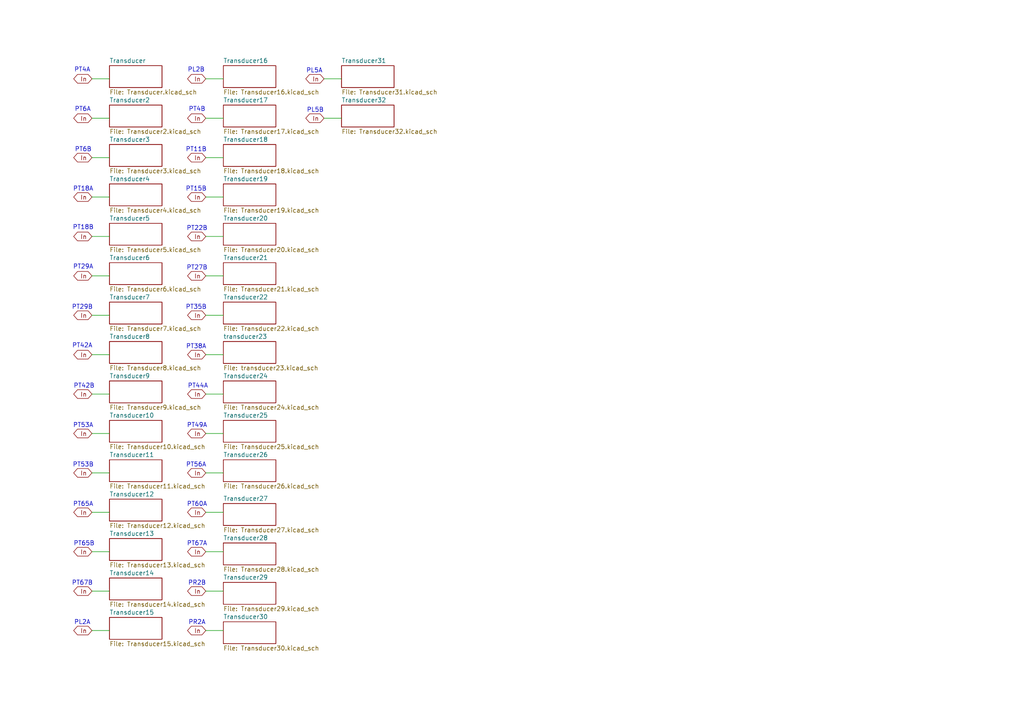
<source format=kicad_sch>
(kicad_sch
	(version 20250114)
	(generator "eeschema")
	(generator_version "9.0")
	(uuid "47f2d2f6-b357-4127-ab80-eb59f54d17a7")
	(paper "A4")
	(lib_symbols)
	(text "PT11B"
		(exclude_from_sim no)
		(at 56.896 43.434 0)
		(effects
			(font
				(size 1.27 1.27)
			)
		)
		(uuid "082c4129-3c2c-4b96-89f3-8fec615aa811")
	)
	(text "PT18B"
		(exclude_from_sim no)
		(at 24.13 66.04 0)
		(effects
			(font
				(size 1.27 1.27)
			)
		)
		(uuid "09956eee-373c-4399-b290-9ce29f95b110")
	)
	(text "PT18A"
		(exclude_from_sim no)
		(at 24.13 54.864 0)
		(effects
			(font
				(size 1.27 1.27)
			)
		)
		(uuid "104cd586-1809-4e68-a7b9-2e58c72e8393")
	)
	(text "PT4A"
		(exclude_from_sim no)
		(at 23.876 20.32 0)
		(effects
			(font
				(size 1.27 1.27)
			)
		)
		(uuid "23fe591c-d8d1-4a00-a94b-5ab97db3a84f")
	)
	(text "PT4B"
		(exclude_from_sim no)
		(at 57.15 31.75 0)
		(effects
			(font
				(size 1.27 1.27)
			)
		)
		(uuid "2b9b25f8-db56-40ea-9320-7c9a5f9be52f")
	)
	(text "PT6B"
		(exclude_from_sim no)
		(at 24.13 43.434 0)
		(effects
			(font
				(size 1.27 1.27)
			)
		)
		(uuid "2fb715a9-232e-4e9a-9b4c-2e2b22bf8e1f")
	)
	(text "PT6A		"
		(exclude_from_sim no)
		(at 29.21 31.75 0)
		(effects
			(font
				(size 1.27 1.27)
			)
		)
		(uuid "311e16e9-6371-4a00-b0b2-fb776b8614f6")
	)
	(text "PR2B"
		(exclude_from_sim no)
		(at 57.15 169.164 0)
		(effects
			(font
				(size 1.27 1.27)
			)
		)
		(uuid "3623f5e6-4142-4917-8efb-0e0794716134")
	)
	(text "PT56A"
		(exclude_from_sim no)
		(at 56.896 134.874 0)
		(effects
			(font
				(size 1.27 1.27)
			)
		)
		(uuid "3770368a-fe23-4b07-9ff8-5096278b5aeb")
	)
	(text "PT67A"
		(exclude_from_sim no)
		(at 57.15 157.734 0)
		(effects
			(font
				(size 1.27 1.27)
			)
		)
		(uuid "3b9f19cc-044b-48d1-b428-71b4eeff4913")
	)
	(text "PT42A"
		(exclude_from_sim no)
		(at 23.876 100.33 0)
		(effects
			(font
				(size 1.27 1.27)
			)
		)
		(uuid "501a3bd9-2afd-4ad2-8fd0-508042c570c1")
	)
	(text "PT38A"
		(exclude_from_sim no)
		(at 56.896 100.584 0)
		(effects
			(font
				(size 1.27 1.27)
			)
		)
		(uuid "569ce2a3-6a15-4eb7-83c6-1c6b0d43d37d")
	)
	(text "PT49A"
		(exclude_from_sim no)
		(at 57.15 123.444 0)
		(effects
			(font
				(size 1.27 1.27)
			)
		)
		(uuid "5c8a5ba6-3c18-4d4b-bbba-d1c7498839f2")
	)
	(text "PL2B"
		(exclude_from_sim no)
		(at 56.896 20.32 0)
		(effects
			(font
				(size 1.27 1.27)
			)
		)
		(uuid "69f71458-7073-4db0-80dd-8bf9867316c9")
	)
	(text "PT60A"
		(exclude_from_sim no)
		(at 57.15 146.304 0)
		(effects
			(font
				(size 1.27 1.27)
			)
		)
		(uuid "726ee4c5-2801-42d8-93c2-cb217ab8d821")
	)
	(text "PT22B"
		(exclude_from_sim no)
		(at 57.15 66.294 0)
		(effects
			(font
				(size 1.27 1.27)
			)
		)
		(uuid "7857405f-0372-418c-9ce8-ffd854cd8413")
	)
	(text "PL5B"
		(exclude_from_sim no)
		(at 91.44 32.004 0)
		(effects
			(font
				(size 1.27 1.27)
			)
		)
		(uuid "918219e7-d2fe-48bb-a831-a5e4fc2b35e3")
	)
	(text "PR2A"
		(exclude_from_sim no)
		(at 57.15 180.594 0)
		(effects
			(font
				(size 1.27 1.27)
			)
		)
		(uuid "95768803-aece-43ba-8c08-2d77a90d8ad2")
	)
	(text "PT29B"
		(exclude_from_sim no)
		(at 23.876 89.154 0)
		(effects
			(font
				(size 1.27 1.27)
			)
		)
		(uuid "974e6e86-3b5c-487a-bcca-2fea2aa53396")
	)
	(text "PT42B"
		(exclude_from_sim no)
		(at 24.384 112.014 0)
		(effects
			(font
				(size 1.27 1.27)
			)
		)
		(uuid "9a34c711-c000-4157-b6d5-f04e0c313d9c")
	)
	(text "PT67B"
		(exclude_from_sim no)
		(at 23.876 169.164 0)
		(effects
			(font
				(size 1.27 1.27)
			)
		)
		(uuid "9fb47ac4-ad35-4047-b35b-e49bbb405434")
	)
	(text "PT53B"
		(exclude_from_sim no)
		(at 24.13 134.874 0)
		(effects
			(font
				(size 1.27 1.27)
			)
		)
		(uuid "9fba4323-3461-4ea6-aa05-666ab2ede6e1")
	)
	(text "PL5A"
		(exclude_from_sim no)
		(at 91.186 20.574 0)
		(effects
			(font
				(size 1.27 1.27)
			)
		)
		(uuid "a433af4a-6ffc-4de3-bd8c-51165b1d8de4")
	)
	(text "PT35B"
		(exclude_from_sim no)
		(at 56.896 89.154 0)
		(effects
			(font
				(size 1.27 1.27)
			)
		)
		(uuid "a56cad98-267e-4c11-b0e8-9593f0ea0337")
	)
	(text "PT44A"
		(exclude_from_sim no)
		(at 57.404 112.014 0)
		(effects
			(font
				(size 1.27 1.27)
			)
		)
		(uuid "a947b2c5-3d52-42b5-a303-ad28405ab27b")
	)
	(text "PT65A"
		(exclude_from_sim no)
		(at 24.13 146.304 0)
		(effects
			(font
				(size 1.27 1.27)
			)
		)
		(uuid "aa13cfa3-e4d5-4fb5-bced-91037403b15d")
	)
	(text "PL2A"
		(exclude_from_sim no)
		(at 23.876 180.594 0)
		(effects
			(font
				(size 1.27 1.27)
			)
		)
		(uuid "aa36d8b2-7187-46d6-bf4a-7964cc04aded")
	)
	(text "PT53A"
		(exclude_from_sim no)
		(at 24.13 123.444 0)
		(effects
			(font
				(size 1.27 1.27)
			)
		)
		(uuid "b38237cd-6ffe-4df7-82e9-0da31e06c0dd")
	)
	(text "PT27B"
		(exclude_from_sim no)
		(at 57.15 77.724 0)
		(effects
			(font
				(size 1.27 1.27)
			)
		)
		(uuid "b5d0cfa5-89c7-42ec-bbaa-7e90e6aa67c0")
	)
	(text "PT65B"
		(exclude_from_sim no)
		(at 24.384 157.734 0)
		(effects
			(font
				(size 1.27 1.27)
			)
		)
		(uuid "d73c4805-9f20-4433-98e5-2cdbdd0a5064")
	)
	(text "PT29A"
		(exclude_from_sim no)
		(at 24.13 77.47 0)
		(effects
			(font
				(size 1.27 1.27)
			)
		)
		(uuid "f283364e-3fa0-4aa1-b043-edb671904670")
	)
	(text "PT15B"
		(exclude_from_sim no)
		(at 56.896 54.864 0)
		(effects
			(font
				(size 1.27 1.27)
			)
		)
		(uuid "fe331842-df5c-461f-a449-9869ae777ed6")
	)
	(wire
		(pts
			(xy 26.67 45.72) (xy 31.75 45.72)
		)
		(stroke
			(width 0)
			(type default)
		)
		(uuid "045da139-0ead-4c2b-9215-b42200f3dc66")
	)
	(wire
		(pts
			(xy 93.98 22.86) (xy 99.06 22.86)
		)
		(stroke
			(width 0)
			(type default)
		)
		(uuid "0e7b3446-33ce-42cb-8b1b-1b598f2ae30f")
	)
	(wire
		(pts
			(xy 26.67 160.02) (xy 31.75 160.02)
		)
		(stroke
			(width 0)
			(type default)
		)
		(uuid "129e17d7-81de-41ae-a775-6515c611d7e4")
	)
	(wire
		(pts
			(xy 26.67 34.29) (xy 31.75 34.29)
		)
		(stroke
			(width 0)
			(type default)
		)
		(uuid "24cd0151-828b-4289-a7f4-b83399ff8063")
	)
	(wire
		(pts
			(xy 59.69 45.72) (xy 64.77 45.72)
		)
		(stroke
			(width 0)
			(type default)
		)
		(uuid "2c7a56ce-0905-4fd7-aec8-901462354cd7")
	)
	(wire
		(pts
			(xy 26.67 114.3) (xy 31.75 114.3)
		)
		(stroke
			(width 0)
			(type default)
		)
		(uuid "36d57a9f-08d7-4c13-b258-d31f8f3a723f")
	)
	(wire
		(pts
			(xy 59.69 102.87) (xy 64.77 102.87)
		)
		(stroke
			(width 0)
			(type default)
		)
		(uuid "386152bc-570f-459b-b1e0-63884d71f1a5")
	)
	(wire
		(pts
			(xy 26.67 57.15) (xy 31.75 57.15)
		)
		(stroke
			(width 0)
			(type default)
		)
		(uuid "43538879-2490-4b15-953d-01a7d5278843")
	)
	(wire
		(pts
			(xy 26.67 22.86) (xy 31.75 22.86)
		)
		(stroke
			(width 0)
			(type default)
		)
		(uuid "4e1a31cf-5903-42d0-8d2d-8463397f1426")
	)
	(wire
		(pts
			(xy 59.69 68.58) (xy 64.77 68.58)
		)
		(stroke
			(width 0)
			(type default)
		)
		(uuid "5ad3ab5c-a9f2-44c2-a20f-6b55ef31575d")
	)
	(wire
		(pts
			(xy 59.69 171.45) (xy 64.77 171.45)
		)
		(stroke
			(width 0)
			(type default)
		)
		(uuid "5ba5ef9d-d652-4af1-9710-99fc07970be5")
	)
	(wire
		(pts
			(xy 26.67 68.58) (xy 31.75 68.58)
		)
		(stroke
			(width 0)
			(type default)
		)
		(uuid "65ae3cd3-5b69-4e15-8e37-bbb1c74ca59f")
	)
	(wire
		(pts
			(xy 59.69 57.15) (xy 64.77 57.15)
		)
		(stroke
			(width 0)
			(type default)
		)
		(uuid "7bc518e9-3a1d-449a-9be5-b63ee1ada9df")
	)
	(wire
		(pts
			(xy 59.69 182.88) (xy 64.77 182.88)
		)
		(stroke
			(width 0)
			(type default)
		)
		(uuid "7e3bc724-674c-4e67-b7a1-a3598d65e799")
	)
	(wire
		(pts
			(xy 26.67 182.88) (xy 31.75 182.88)
		)
		(stroke
			(width 0)
			(type default)
		)
		(uuid "7f6966c9-c0f8-4503-827f-db7db3d0cfdd")
	)
	(wire
		(pts
			(xy 59.69 34.29) (xy 64.77 34.29)
		)
		(stroke
			(width 0)
			(type default)
		)
		(uuid "8381ded5-3c70-41be-8a11-d77cc426fdb7")
	)
	(wire
		(pts
			(xy 26.67 137.16) (xy 31.75 137.16)
		)
		(stroke
			(width 0)
			(type default)
		)
		(uuid "87c625fd-aa93-4ec6-ae63-2a570addb10e")
	)
	(wire
		(pts
			(xy 59.69 125.73) (xy 64.77 125.73)
		)
		(stroke
			(width 0)
			(type default)
		)
		(uuid "8b982e5c-9d12-4255-8313-3ae67502e6ce")
	)
	(wire
		(pts
			(xy 59.69 148.59) (xy 64.77 148.59)
		)
		(stroke
			(width 0)
			(type default)
		)
		(uuid "a72dcc8b-dedf-4d89-80ec-09f52751f4cc")
	)
	(wire
		(pts
			(xy 59.69 22.86) (xy 64.77 22.86)
		)
		(stroke
			(width 0)
			(type default)
		)
		(uuid "a7ab4df5-700e-4df8-a04f-82591458146a")
	)
	(wire
		(pts
			(xy 26.67 125.73) (xy 31.75 125.73)
		)
		(stroke
			(width 0)
			(type default)
		)
		(uuid "aaa53560-b5be-4958-974c-2200c2d93490")
	)
	(wire
		(pts
			(xy 59.69 137.16) (xy 64.77 137.16)
		)
		(stroke
			(width 0)
			(type default)
		)
		(uuid "abb68548-b097-4553-97bb-de6a96b9c91c")
	)
	(wire
		(pts
			(xy 93.98 34.29) (xy 99.06 34.29)
		)
		(stroke
			(width 0)
			(type default)
		)
		(uuid "ba7f7c27-bae2-48c6-9e51-c9a6e0bd4442")
	)
	(wire
		(pts
			(xy 59.69 160.02) (xy 64.77 160.02)
		)
		(stroke
			(width 0)
			(type default)
		)
		(uuid "bccdd035-8e61-48d9-86b6-b1feb8bc17ac")
	)
	(wire
		(pts
			(xy 26.67 102.87) (xy 31.75 102.87)
		)
		(stroke
			(width 0)
			(type default)
		)
		(uuid "c4e18de7-5b09-4a8a-a2a6-5be994a0dc5b")
	)
	(wire
		(pts
			(xy 59.69 91.44) (xy 64.77 91.44)
		)
		(stroke
			(width 0)
			(type default)
		)
		(uuid "d23f5750-1ce2-4082-b641-e750fab3fcf5")
	)
	(wire
		(pts
			(xy 26.67 148.59) (xy 31.75 148.59)
		)
		(stroke
			(width 0)
			(type default)
		)
		(uuid "df093b3c-e3db-4a8d-9dba-2eb1e329dc60")
	)
	(wire
		(pts
			(xy 26.67 80.01) (xy 31.75 80.01)
		)
		(stroke
			(width 0)
			(type default)
		)
		(uuid "e38c51db-8619-4639-9501-9ab92cdfee08")
	)
	(wire
		(pts
			(xy 26.67 91.44) (xy 31.75 91.44)
		)
		(stroke
			(width 0)
			(type default)
		)
		(uuid "e804656f-91d4-47bd-a316-79294921da13")
	)
	(wire
		(pts
			(xy 59.69 114.3) (xy 64.77 114.3)
		)
		(stroke
			(width 0)
			(type default)
		)
		(uuid "f189185a-cbf0-4ffd-bf61-7ef9deb5a7b1")
	)
	(wire
		(pts
			(xy 26.67 171.45) (xy 31.75 171.45)
		)
		(stroke
			(width 0)
			(type default)
		)
		(uuid "fb2b2a31-7a7a-4f33-a224-30bceb4c415b")
	)
	(wire
		(pts
			(xy 59.69 80.01) (xy 64.77 80.01)
		)
		(stroke
			(width 0)
			(type default)
		)
		(uuid "fe74397c-17fb-4cf7-8596-03e5d431d89b")
	)
	(global_label "In"
		(shape bidirectional)
		(at 59.69 125.73 180)
		(fields_autoplaced yes)
		(effects
			(font
				(size 1.27 1.27)
			)
			(justify right)
		)
		(uuid "016da3de-ad9d-44ba-be9b-dcec9e9654df")
		(property "Intersheetrefs" "${INTERSHEET_REFS}"
			(at 53.8397 125.73 0)
			(effects
				(font
					(size 1.27 1.27)
				)
				(justify right)
				(hide yes)
			)
		)
	)
	(global_label "In"
		(shape bidirectional)
		(at 26.67 68.58 180)
		(fields_autoplaced yes)
		(effects
			(font
				(size 1.27 1.27)
			)
			(justify right)
		)
		(uuid "02d7f11a-1725-4b41-b702-9b1106bc90c4")
		(property "Intersheetrefs" "${INTERSHEET_REFS}"
			(at 20.8197 68.58 0)
			(effects
				(font
					(size 1.27 1.27)
				)
				(justify right)
				(hide yes)
			)
		)
	)
	(global_label "In"
		(shape bidirectional)
		(at 59.69 171.45 180)
		(fields_autoplaced yes)
		(effects
			(font
				(size 1.27 1.27)
			)
			(justify right)
		)
		(uuid "16b6b343-7e5f-4873-9288-b00f526d6a44")
		(property "Intersheetrefs" "${INTERSHEET_REFS}"
			(at 53.8397 171.45 0)
			(effects
				(font
					(size 1.27 1.27)
				)
				(justify right)
				(hide yes)
			)
		)
	)
	(global_label "In"
		(shape bidirectional)
		(at 59.69 182.88 180)
		(fields_autoplaced yes)
		(effects
			(font
				(size 1.27 1.27)
			)
			(justify right)
		)
		(uuid "179a7c05-753a-43f5-b79e-e0ce041552cf")
		(property "Intersheetrefs" "${INTERSHEET_REFS}"
			(at 53.8397 182.88 0)
			(effects
				(font
					(size 1.27 1.27)
				)
				(justify right)
				(hide yes)
			)
		)
	)
	(global_label "In"
		(shape bidirectional)
		(at 59.69 34.29 180)
		(fields_autoplaced yes)
		(effects
			(font
				(size 1.27 1.27)
			)
			(justify right)
		)
		(uuid "21110685-541d-483f-9ba3-dcb023ec2479")
		(property "Intersheetrefs" "${INTERSHEET_REFS}"
			(at 53.8397 34.29 0)
			(effects
				(font
					(size 1.27 1.27)
				)
				(justify right)
				(hide yes)
			)
		)
	)
	(global_label "In"
		(shape bidirectional)
		(at 26.67 91.44 180)
		(fields_autoplaced yes)
		(effects
			(font
				(size 1.27 1.27)
			)
			(justify right)
		)
		(uuid "2c584cdb-9b42-4c11-b8bf-06c18fc1224c")
		(property "Intersheetrefs" "${INTERSHEET_REFS}"
			(at 20.8197 91.44 0)
			(effects
				(font
					(size 1.27 1.27)
				)
				(justify right)
				(hide yes)
			)
		)
	)
	(global_label "In"
		(shape bidirectional)
		(at 59.69 91.44 180)
		(fields_autoplaced yes)
		(effects
			(font
				(size 1.27 1.27)
			)
			(justify right)
		)
		(uuid "2f0f19ba-4de6-4ef5-be1d-cf1ea3496532")
		(property "Intersheetrefs" "${INTERSHEET_REFS}"
			(at 53.8397 91.44 0)
			(effects
				(font
					(size 1.27 1.27)
				)
				(justify right)
				(hide yes)
			)
		)
	)
	(global_label "In"
		(shape bidirectional)
		(at 59.69 80.01 180)
		(fields_autoplaced yes)
		(effects
			(font
				(size 1.27 1.27)
			)
			(justify right)
		)
		(uuid "30ece80f-e631-4a2a-b724-e7ea262e177b")
		(property "Intersheetrefs" "${INTERSHEET_REFS}"
			(at 53.8397 80.01 0)
			(effects
				(font
					(size 1.27 1.27)
				)
				(justify right)
				(hide yes)
			)
		)
	)
	(global_label "In"
		(shape bidirectional)
		(at 26.67 148.59 180)
		(fields_autoplaced yes)
		(effects
			(font
				(size 1.27 1.27)
			)
			(justify right)
		)
		(uuid "3684f364-c597-4fec-b8fb-81eceb362f6d")
		(property "Intersheetrefs" "${INTERSHEET_REFS}"
			(at 20.8197 148.59 0)
			(effects
				(font
					(size 1.27 1.27)
				)
				(justify right)
				(hide yes)
			)
		)
	)
	(global_label "In"
		(shape bidirectional)
		(at 26.67 22.86 180)
		(fields_autoplaced yes)
		(effects
			(font
				(size 1.27 1.27)
			)
			(justify right)
		)
		(uuid "394d0cfe-120b-4d05-a7e3-c16c353e286f")
		(property "Intersheetrefs" "${INTERSHEET_REFS}"
			(at 20.8197 22.86 0)
			(effects
				(font
					(size 1.27 1.27)
				)
				(justify right)
				(hide yes)
			)
		)
	)
	(global_label "In"
		(shape bidirectional)
		(at 59.69 148.59 180)
		(fields_autoplaced yes)
		(effects
			(font
				(size 1.27 1.27)
			)
			(justify right)
		)
		(uuid "47efc1d4-5353-4751-b866-63cd8b0e1a02")
		(property "Intersheetrefs" "${INTERSHEET_REFS}"
			(at 53.8397 148.59 0)
			(effects
				(font
					(size 1.27 1.27)
				)
				(justify right)
				(hide yes)
			)
		)
	)
	(global_label "In"
		(shape bidirectional)
		(at 26.67 102.87 180)
		(fields_autoplaced yes)
		(effects
			(font
				(size 1.27 1.27)
			)
			(justify right)
		)
		(uuid "4c9d6a6b-8e75-4f82-a054-7dfb988acbef")
		(property "Intersheetrefs" "${INTERSHEET_REFS}"
			(at 20.8197 102.87 0)
			(effects
				(font
					(size 1.27 1.27)
				)
				(justify right)
				(hide yes)
			)
		)
	)
	(global_label "In"
		(shape bidirectional)
		(at 59.69 114.3 180)
		(fields_autoplaced yes)
		(effects
			(font
				(size 1.27 1.27)
			)
			(justify right)
		)
		(uuid "5557e001-c6c3-41e4-a61f-e471acd594fc")
		(property "Intersheetrefs" "${INTERSHEET_REFS}"
			(at 53.8397 114.3 0)
			(effects
				(font
					(size 1.27 1.27)
				)
				(justify right)
				(hide yes)
			)
		)
	)
	(global_label "In"
		(shape bidirectional)
		(at 59.69 57.15 180)
		(fields_autoplaced yes)
		(effects
			(font
				(size 1.27 1.27)
			)
			(justify right)
		)
		(uuid "64092f3f-1fae-41ee-92be-2ace31ac4969")
		(property "Intersheetrefs" "${INTERSHEET_REFS}"
			(at 53.8397 57.15 0)
			(effects
				(font
					(size 1.27 1.27)
				)
				(justify right)
				(hide yes)
			)
		)
	)
	(global_label "In"
		(shape bidirectional)
		(at 26.67 34.29 180)
		(fields_autoplaced yes)
		(effects
			(font
				(size 1.27 1.27)
			)
			(justify right)
		)
		(uuid "64eeb86a-01d7-4b76-b9fa-2cc6fc69d884")
		(property "Intersheetrefs" "${INTERSHEET_REFS}"
			(at 20.8197 34.29 0)
			(effects
				(font
					(size 1.27 1.27)
				)
				(justify right)
				(hide yes)
			)
		)
	)
	(global_label "In"
		(shape bidirectional)
		(at 59.69 22.86 180)
		(fields_autoplaced yes)
		(effects
			(font
				(size 1.27 1.27)
			)
			(justify right)
		)
		(uuid "67255a85-924f-4975-9dd7-528df189c0f4")
		(property "Intersheetrefs" "${INTERSHEET_REFS}"
			(at 53.8397 22.86 0)
			(effects
				(font
					(size 1.27 1.27)
				)
				(justify right)
				(hide yes)
			)
		)
	)
	(global_label "In"
		(shape bidirectional)
		(at 26.67 57.15 180)
		(fields_autoplaced yes)
		(effects
			(font
				(size 1.27 1.27)
			)
			(justify right)
		)
		(uuid "6a0d6d43-4a1a-4b9c-a346-66bf1feac0ea")
		(property "Intersheetrefs" "${INTERSHEET_REFS}"
			(at 20.8197 57.15 0)
			(effects
				(font
					(size 1.27 1.27)
				)
				(justify right)
				(hide yes)
			)
		)
	)
	(global_label "In"
		(shape bidirectional)
		(at 26.67 45.72 180)
		(fields_autoplaced yes)
		(effects
			(font
				(size 1.27 1.27)
			)
			(justify right)
		)
		(uuid "7f91475e-87f8-402b-a636-030b305c764f")
		(property "Intersheetrefs" "${INTERSHEET_REFS}"
			(at 20.8197 45.72 0)
			(effects
				(font
					(size 1.27 1.27)
				)
				(justify right)
				(hide yes)
			)
		)
	)
	(global_label "In"
		(shape bidirectional)
		(at 59.69 68.58 180)
		(fields_autoplaced yes)
		(effects
			(font
				(size 1.27 1.27)
			)
			(justify right)
		)
		(uuid "8cb00efa-bafa-4ec3-b385-a9ca5ce836ec")
		(property "Intersheetrefs" "${INTERSHEET_REFS}"
			(at 53.8397 68.58 0)
			(effects
				(font
					(size 1.27 1.27)
				)
				(justify right)
				(hide yes)
			)
		)
	)
	(global_label "In"
		(shape bidirectional)
		(at 26.67 137.16 180)
		(fields_autoplaced yes)
		(effects
			(font
				(size 1.27 1.27)
			)
			(justify right)
		)
		(uuid "95eaea9e-dea0-4f85-90b8-ea29fd433602")
		(property "Intersheetrefs" "${INTERSHEET_REFS}"
			(at 20.8197 137.16 0)
			(effects
				(font
					(size 1.27 1.27)
				)
				(justify right)
				(hide yes)
			)
		)
	)
	(global_label "In"
		(shape bidirectional)
		(at 26.67 182.88 180)
		(fields_autoplaced yes)
		(effects
			(font
				(size 1.27 1.27)
			)
			(justify right)
		)
		(uuid "9b58e138-4d38-4543-ba9e-8b5b1ea03b1e")
		(property "Intersheetrefs" "${INTERSHEET_REFS}"
			(at 20.8197 182.88 0)
			(effects
				(font
					(size 1.27 1.27)
				)
				(justify right)
				(hide yes)
			)
		)
	)
	(global_label "In"
		(shape bidirectional)
		(at 26.67 125.73 180)
		(fields_autoplaced yes)
		(effects
			(font
				(size 1.27 1.27)
			)
			(justify right)
		)
		(uuid "9fd8df4f-8c81-4776-a7cb-a95da4f72c12")
		(property "Intersheetrefs" "${INTERSHEET_REFS}"
			(at 20.8197 125.73 0)
			(effects
				(font
					(size 1.27 1.27)
				)
				(justify right)
				(hide yes)
			)
		)
	)
	(global_label "In"
		(shape bidirectional)
		(at 26.67 114.3 180)
		(fields_autoplaced yes)
		(effects
			(font
				(size 1.27 1.27)
			)
			(justify right)
		)
		(uuid "af6ae505-aeb6-4863-a3cb-a728b96a7bce")
		(property "Intersheetrefs" "${INTERSHEET_REFS}"
			(at 20.8197 114.3 0)
			(effects
				(font
					(size 1.27 1.27)
				)
				(justify right)
				(hide yes)
			)
		)
	)
	(global_label "In"
		(shape bidirectional)
		(at 59.69 160.02 180)
		(fields_autoplaced yes)
		(effects
			(font
				(size 1.27 1.27)
			)
			(justify right)
		)
		(uuid "bb41d0ba-a3e3-4926-83b9-280e4f41fe05")
		(property "Intersheetrefs" "${INTERSHEET_REFS}"
			(at 53.8397 160.02 0)
			(effects
				(font
					(size 1.27 1.27)
				)
				(justify right)
				(hide yes)
			)
		)
	)
	(global_label "In"
		(shape bidirectional)
		(at 59.69 102.87 180)
		(fields_autoplaced yes)
		(effects
			(font
				(size 1.27 1.27)
			)
			(justify right)
		)
		(uuid "bccc34ec-dc9a-4693-8453-10f13d97b4d5")
		(property "Intersheetrefs" "${INTERSHEET_REFS}"
			(at 53.8397 102.87 0)
			(effects
				(font
					(size 1.27 1.27)
				)
				(justify right)
				(hide yes)
			)
		)
	)
	(global_label "In"
		(shape bidirectional)
		(at 59.69 45.72 180)
		(fields_autoplaced yes)
		(effects
			(font
				(size 1.27 1.27)
			)
			(justify right)
		)
		(uuid "c0ea4bdc-02b3-4887-bd01-56ef4c655c83")
		(property "Intersheetrefs" "${INTERSHEET_REFS}"
			(at 53.8397 45.72 0)
			(effects
				(font
					(size 1.27 1.27)
				)
				(justify right)
				(hide yes)
			)
		)
	)
	(global_label "In"
		(shape bidirectional)
		(at 26.67 160.02 180)
		(fields_autoplaced yes)
		(effects
			(font
				(size 1.27 1.27)
			)
			(justify right)
		)
		(uuid "c1d2431e-aefd-4130-afdf-96145683e56e")
		(property "Intersheetrefs" "${INTERSHEET_REFS}"
			(at 20.8197 160.02 0)
			(effects
				(font
					(size 1.27 1.27)
				)
				(justify right)
				(hide yes)
			)
		)
	)
	(global_label "In"
		(shape bidirectional)
		(at 93.98 34.29 180)
		(fields_autoplaced yes)
		(effects
			(font
				(size 1.27 1.27)
			)
			(justify right)
		)
		(uuid "ca7638cb-f5a2-4071-a4d2-692573af9f10")
		(property "Intersheetrefs" "${INTERSHEET_REFS}"
			(at 88.1297 34.29 0)
			(effects
				(font
					(size 1.27 1.27)
				)
				(justify right)
				(hide yes)
			)
		)
	)
	(global_label "In"
		(shape bidirectional)
		(at 26.67 171.45 180)
		(fields_autoplaced yes)
		(effects
			(font
				(size 1.27 1.27)
			)
			(justify right)
		)
		(uuid "cd67d92c-e53b-4810-a837-65af8ac3e922")
		(property "Intersheetrefs" "${INTERSHEET_REFS}"
			(at 20.8197 171.45 0)
			(effects
				(font
					(size 1.27 1.27)
				)
				(justify right)
				(hide yes)
			)
		)
	)
	(global_label "In"
		(shape bidirectional)
		(at 59.69 137.16 180)
		(fields_autoplaced yes)
		(effects
			(font
				(size 1.27 1.27)
			)
			(justify right)
		)
		(uuid "ebfce33f-586e-40eb-925f-e8437e775f85")
		(property "Intersheetrefs" "${INTERSHEET_REFS}"
			(at 53.8397 137.16 0)
			(effects
				(font
					(size 1.27 1.27)
				)
				(justify right)
				(hide yes)
			)
		)
	)
	(global_label "In"
		(shape bidirectional)
		(at 26.67 80.01 180)
		(fields_autoplaced yes)
		(effects
			(font
				(size 1.27 1.27)
			)
			(justify right)
		)
		(uuid "ef2817ed-3a51-4fb9-b866-3342cf9445ef")
		(property "Intersheetrefs" "${INTERSHEET_REFS}"
			(at 20.8197 80.01 0)
			(effects
				(font
					(size 1.27 1.27)
				)
				(justify right)
				(hide yes)
			)
		)
	)
	(global_label "In"
		(shape bidirectional)
		(at 93.98 22.86 180)
		(fields_autoplaced yes)
		(effects
			(font
				(size 1.27 1.27)
			)
			(justify right)
		)
		(uuid "fe50084f-d513-49ec-9b5a-a4898d6b124a")
		(property "Intersheetrefs" "${INTERSHEET_REFS}"
			(at 88.1297 22.86 0)
			(effects
				(font
					(size 1.27 1.27)
				)
				(justify right)
				(hide yes)
			)
		)
	)
	(sheet
		(at 64.77 168.91)
		(size 15.24 6.35)
		(exclude_from_sim no)
		(in_bom yes)
		(on_board yes)
		(dnp no)
		(fields_autoplaced yes)
		(stroke
			(width 0.1524)
			(type solid)
		)
		(fill
			(color 0 0 0 0.0000)
		)
		(uuid "051a69bf-ec56-4815-8ecb-937fb574fa15")
		(property "Sheetname" "Transducer29"
			(at 64.77 168.1984 0)
			(effects
				(font
					(size 1.27 1.27)
				)
				(justify left bottom)
			)
		)
		(property "Sheetfile" "Transducer29.kicad_sch"
			(at 64.77 175.8446 0)
			(effects
				(font
					(size 1.27 1.27)
				)
				(justify left top)
			)
		)
		(instances
			(project "shematic1"
				(path "/4eaecc74-0237-460f-8876-198629637a9d/e0a55798-6fd5-41c6-a2f6-7ca5b937187c"
					(page "31")
				)
			)
		)
	)
	(sheet
		(at 64.77 30.48)
		(size 15.24 6.35)
		(exclude_from_sim no)
		(in_bom yes)
		(on_board yes)
		(dnp no)
		(fields_autoplaced yes)
		(stroke
			(width 0.1524)
			(type solid)
		)
		(fill
			(color 0 0 0 0.0000)
		)
		(uuid "05d6b1ba-37d8-447a-9274-216059deae5d")
		(property "Sheetname" "Transducer17"
			(at 64.77 29.7684 0)
			(effects
				(font
					(size 1.27 1.27)
				)
				(justify left bottom)
			)
		)
		(property "Sheetfile" "Transducer17.kicad_sch"
			(at 64.77 37.4146 0)
			(effects
				(font
					(size 1.27 1.27)
				)
				(justify left top)
			)
		)
		(instances
			(project "shematic1"
				(path "/4eaecc74-0237-460f-8876-198629637a9d/e0a55798-6fd5-41c6-a2f6-7ca5b937187c"
					(page "19")
				)
			)
		)
	)
	(sheet
		(at 64.77 133.35)
		(size 15.24 6.35)
		(exclude_from_sim no)
		(in_bom yes)
		(on_board yes)
		(dnp no)
		(fields_autoplaced yes)
		(stroke
			(width 0.1524)
			(type solid)
		)
		(fill
			(color 0 0 0 0.0000)
		)
		(uuid "124ac6d0-1b44-4dcb-acf9-858332c9646c")
		(property "Sheetname" "Transducer26"
			(at 64.77 132.6384 0)
			(effects
				(font
					(size 1.27 1.27)
				)
				(justify left bottom)
			)
		)
		(property "Sheetfile" "Transducer26.kicad_sch"
			(at 64.77 140.2846 0)
			(effects
				(font
					(size 1.27 1.27)
				)
				(justify left top)
			)
		)
		(instances
			(project "shematic1"
				(path "/4eaecc74-0237-460f-8876-198629637a9d/e0a55798-6fd5-41c6-a2f6-7ca5b937187c"
					(page "28")
				)
			)
		)
	)
	(sheet
		(at 31.75 133.35)
		(size 15.24 6.35)
		(exclude_from_sim no)
		(in_bom yes)
		(on_board yes)
		(dnp no)
		(fields_autoplaced yes)
		(stroke
			(width 0.1524)
			(type solid)
		)
		(fill
			(color 0 0 0 0.0000)
		)
		(uuid "140d3117-63cc-46a7-af27-a080cf3b6ab1")
		(property "Sheetname" "Transducer11"
			(at 31.75 132.6384 0)
			(effects
				(font
					(size 1.27 1.27)
				)
				(justify left bottom)
			)
		)
		(property "Sheetfile" "Transducer11.kicad_sch"
			(at 31.75 140.2846 0)
			(effects
				(font
					(size 1.27 1.27)
				)
				(justify left top)
			)
		)
		(instances
			(project "shematic1"
				(path "/4eaecc74-0237-460f-8876-198629637a9d/e0a55798-6fd5-41c6-a2f6-7ca5b937187c"
					(page "13")
				)
			)
		)
	)
	(sheet
		(at 31.75 179.07)
		(size 15.24 6.35)
		(exclude_from_sim no)
		(in_bom yes)
		(on_board yes)
		(dnp no)
		(fields_autoplaced yes)
		(stroke
			(width 0.1524)
			(type solid)
		)
		(fill
			(color 0 0 0 0.0000)
		)
		(uuid "37ab8d32-696d-4d29-b50a-42cf16a0e714")
		(property "Sheetname" "Transducer15"
			(at 31.75 178.3584 0)
			(effects
				(font
					(size 1.27 1.27)
				)
				(justify left bottom)
			)
		)
		(property "Sheetfile" "Transducer15.kicad_sch"
			(at 31.75 186.0046 0)
			(effects
				(font
					(size 1.27 1.27)
				)
				(justify left top)
			)
		)
		(instances
			(project "shematic1"
				(path "/4eaecc74-0237-460f-8876-198629637a9d/e0a55798-6fd5-41c6-a2f6-7ca5b937187c"
					(page "17")
				)
			)
		)
	)
	(sheet
		(at 31.75 99.06)
		(size 15.24 6.35)
		(exclude_from_sim no)
		(in_bom yes)
		(on_board yes)
		(dnp no)
		(fields_autoplaced yes)
		(stroke
			(width 0.1524)
			(type solid)
		)
		(fill
			(color 0 0 0 0.0000)
		)
		(uuid "3b7d362b-c11f-451a-a024-7042fc723bb0")
		(property "Sheetname" "Transducer8"
			(at 31.75 98.3484 0)
			(effects
				(font
					(size 1.27 1.27)
				)
				(justify left bottom)
			)
		)
		(property "Sheetfile" "Transducer8.kicad_sch"
			(at 31.75 105.9946 0)
			(effects
				(font
					(size 1.27 1.27)
				)
				(justify left top)
			)
		)
		(instances
			(project "shematic1"
				(path "/4eaecc74-0237-460f-8876-198629637a9d/e0a55798-6fd5-41c6-a2f6-7ca5b937187c"
					(page "10")
				)
			)
		)
	)
	(sheet
		(at 64.77 76.2)
		(size 15.24 6.35)
		(exclude_from_sim no)
		(in_bom yes)
		(on_board yes)
		(dnp no)
		(fields_autoplaced yes)
		(stroke
			(width 0.1524)
			(type solid)
		)
		(fill
			(color 0 0 0 0.0000)
		)
		(uuid "564d2114-f30a-4d01-bd39-a50fefe0d0b5")
		(property "Sheetname" "Transducer21"
			(at 64.77 75.4884 0)
			(effects
				(font
					(size 1.27 1.27)
				)
				(justify left bottom)
			)
		)
		(property "Sheetfile" "Transducer21.kicad_sch"
			(at 64.77 83.1346 0)
			(effects
				(font
					(size 1.27 1.27)
				)
				(justify left top)
			)
		)
		(instances
			(project "shematic1"
				(path "/4eaecc74-0237-460f-8876-198629637a9d/e0a55798-6fd5-41c6-a2f6-7ca5b937187c"
					(page "23")
				)
			)
		)
	)
	(sheet
		(at 31.75 30.48)
		(size 15.24 6.35)
		(exclude_from_sim no)
		(in_bom yes)
		(on_board yes)
		(dnp no)
		(fields_autoplaced yes)
		(stroke
			(width 0.1524)
			(type solid)
		)
		(fill
			(color 0 0 0 0.0000)
		)
		(uuid "68476155-9fc7-43ac-8d6c-eebd8f04f8e5")
		(property "Sheetname" "Transducer2"
			(at 31.75 29.7684 0)
			(effects
				(font
					(size 1.27 1.27)
				)
				(justify left bottom)
			)
		)
		(property "Sheetfile" "Transducer2.kicad_sch"
			(at 31.75 37.4146 0)
			(effects
				(font
					(size 1.27 1.27)
				)
				(justify left top)
			)
		)
		(instances
			(project "shematic1"
				(path "/4eaecc74-0237-460f-8876-198629637a9d/e0a55798-6fd5-41c6-a2f6-7ca5b937187c"
					(page "4")
				)
			)
		)
	)
	(sheet
		(at 31.75 110.49)
		(size 15.24 6.35)
		(exclude_from_sim no)
		(in_bom yes)
		(on_board yes)
		(dnp no)
		(fields_autoplaced yes)
		(stroke
			(width 0.1524)
			(type solid)
		)
		(fill
			(color 0 0 0 0.0000)
		)
		(uuid "68e7ddc5-1e60-4ebf-9b80-be500ab56880")
		(property "Sheetname" "Transducer9"
			(at 31.75 109.7784 0)
			(effects
				(font
					(size 1.27 1.27)
				)
				(justify left bottom)
			)
		)
		(property "Sheetfile" "Transducer9.kicad_sch"
			(at 31.75 117.4246 0)
			(effects
				(font
					(size 1.27 1.27)
				)
				(justify left top)
			)
		)
		(instances
			(project "shematic1"
				(path "/4eaecc74-0237-460f-8876-198629637a9d/e0a55798-6fd5-41c6-a2f6-7ca5b937187c"
					(page "11")
				)
			)
		)
	)
	(sheet
		(at 99.06 30.48)
		(size 15.24 6.35)
		(exclude_from_sim no)
		(in_bom yes)
		(on_board yes)
		(dnp no)
		(fields_autoplaced yes)
		(stroke
			(width 0.1524)
			(type solid)
		)
		(fill
			(color 0 0 0 0.0000)
		)
		(uuid "6e603294-c741-49bf-9ec7-a8a518c55797")
		(property "Sheetname" "Transducer32"
			(at 99.06 29.7684 0)
			(effects
				(font
					(size 1.27 1.27)
				)
				(justify left bottom)
			)
		)
		(property "Sheetfile" "Transducer32.kicad_sch"
			(at 99.06 37.4146 0)
			(effects
				(font
					(size 1.27 1.27)
				)
				(justify left top)
			)
		)
		(instances
			(project "shematic1"
				(path "/4eaecc74-0237-460f-8876-198629637a9d/e0a55798-6fd5-41c6-a2f6-7ca5b937187c"
					(page "34")
				)
			)
		)
	)
	(sheet
		(at 64.77 87.63)
		(size 15.24 6.35)
		(exclude_from_sim no)
		(in_bom yes)
		(on_board yes)
		(dnp no)
		(fields_autoplaced yes)
		(stroke
			(width 0.1524)
			(type solid)
		)
		(fill
			(color 0 0 0 0.0000)
		)
		(uuid "7562ed56-70d6-4f9d-a78f-4e7374e2af1f")
		(property "Sheetname" "Transducer22"
			(at 64.77 86.9184 0)
			(effects
				(font
					(size 1.27 1.27)
				)
				(justify left bottom)
			)
		)
		(property "Sheetfile" "Transducer22.kicad_sch"
			(at 64.77 94.5646 0)
			(effects
				(font
					(size 1.27 1.27)
				)
				(justify left top)
			)
		)
		(instances
			(project "shematic1"
				(path "/4eaecc74-0237-460f-8876-198629637a9d/e0a55798-6fd5-41c6-a2f6-7ca5b937187c"
					(page "24")
				)
			)
		)
	)
	(sheet
		(at 31.75 87.63)
		(size 15.24 6.35)
		(exclude_from_sim no)
		(in_bom yes)
		(on_board yes)
		(dnp no)
		(fields_autoplaced yes)
		(stroke
			(width 0.1524)
			(type solid)
		)
		(fill
			(color 0 0 0 0.0000)
		)
		(uuid "7d9048f0-525c-4304-bc51-f2ae15bdfabc")
		(property "Sheetname" "Transducer7"
			(at 31.75 86.9184 0)
			(effects
				(font
					(size 1.27 1.27)
				)
				(justify left bottom)
			)
		)
		(property "Sheetfile" "Transducer7.kicad_sch"
			(at 31.75 94.5646 0)
			(effects
				(font
					(size 1.27 1.27)
				)
				(justify left top)
			)
		)
		(instances
			(project "shematic1"
				(path "/4eaecc74-0237-460f-8876-198629637a9d/e0a55798-6fd5-41c6-a2f6-7ca5b937187c"
					(page "9")
				)
			)
		)
	)
	(sheet
		(at 31.75 76.2)
		(size 15.24 6.35)
		(exclude_from_sim no)
		(in_bom yes)
		(on_board yes)
		(dnp no)
		(fields_autoplaced yes)
		(stroke
			(width 0.1524)
			(type solid)
		)
		(fill
			(color 0 0 0 0.0000)
		)
		(uuid "7d93957c-b3e8-46e2-b265-b7c6ce09fdac")
		(property "Sheetname" "Transducer6"
			(at 31.75 75.4884 0)
			(effects
				(font
					(size 1.27 1.27)
				)
				(justify left bottom)
			)
		)
		(property "Sheetfile" "Transducer6.kicad_sch"
			(at 31.75 83.1346 0)
			(effects
				(font
					(size 1.27 1.27)
				)
				(justify left top)
			)
		)
		(instances
			(project "shematic1"
				(path "/4eaecc74-0237-460f-8876-198629637a9d/e0a55798-6fd5-41c6-a2f6-7ca5b937187c"
					(page "8")
				)
			)
		)
	)
	(sheet
		(at 64.77 146.05)
		(size 15.24 6.35)
		(exclude_from_sim no)
		(in_bom yes)
		(on_board yes)
		(dnp no)
		(fields_autoplaced yes)
		(stroke
			(width 0.1524)
			(type solid)
		)
		(fill
			(color 0 0 0 0.0000)
		)
		(uuid "8153673c-15ad-43a3-9b85-86a8083a72e8")
		(property "Sheetname" "Transducer27"
			(at 64.77 145.3384 0)
			(effects
				(font
					(size 1.27 1.27)
				)
				(justify left bottom)
			)
		)
		(property "Sheetfile" "Transducer27.kicad_sch"
			(at 64.77 152.9846 0)
			(effects
				(font
					(size 1.27 1.27)
				)
				(justify left top)
			)
		)
		(instances
			(project "shematic1"
				(path "/4eaecc74-0237-460f-8876-198629637a9d/e0a55798-6fd5-41c6-a2f6-7ca5b937187c"
					(page "29")
				)
			)
		)
	)
	(sheet
		(at 64.77 180.34)
		(size 15.24 6.35)
		(exclude_from_sim no)
		(in_bom yes)
		(on_board yes)
		(dnp no)
		(fields_autoplaced yes)
		(stroke
			(width 0.1524)
			(type solid)
		)
		(fill
			(color 0 0 0 0.0000)
		)
		(uuid "840607b4-68ce-4cdb-a105-8e253024618f")
		(property "Sheetname" "Transducer30"
			(at 64.77 179.6284 0)
			(effects
				(font
					(size 1.27 1.27)
				)
				(justify left bottom)
			)
		)
		(property "Sheetfile" "Transducer30.kicad_sch"
			(at 64.77 187.2746 0)
			(effects
				(font
					(size 1.27 1.27)
				)
				(justify left top)
			)
		)
		(instances
			(project "shematic1"
				(path "/4eaecc74-0237-460f-8876-198629637a9d/e0a55798-6fd5-41c6-a2f6-7ca5b937187c"
					(page "32")
				)
			)
		)
	)
	(sheet
		(at 64.77 110.49)
		(size 15.24 6.35)
		(exclude_from_sim no)
		(in_bom yes)
		(on_board yes)
		(dnp no)
		(fields_autoplaced yes)
		(stroke
			(width 0.1524)
			(type solid)
		)
		(fill
			(color 0 0 0 0.0000)
		)
		(uuid "85137a01-367e-48d7-921c-b285b8841248")
		(property "Sheetname" "Transducer24"
			(at 64.77 109.7784 0)
			(effects
				(font
					(size 1.27 1.27)
				)
				(justify left bottom)
			)
		)
		(property "Sheetfile" "Transducer24.kicad_sch"
			(at 64.77 117.4246 0)
			(effects
				(font
					(size 1.27 1.27)
				)
				(justify left top)
			)
		)
		(instances
			(project "shematic1"
				(path "/4eaecc74-0237-460f-8876-198629637a9d/e0a55798-6fd5-41c6-a2f6-7ca5b937187c"
					(page "26")
				)
			)
		)
	)
	(sheet
		(at 64.77 53.34)
		(size 15.24 6.35)
		(exclude_from_sim no)
		(in_bom yes)
		(on_board yes)
		(dnp no)
		(fields_autoplaced yes)
		(stroke
			(width 0.1524)
			(type solid)
		)
		(fill
			(color 0 0 0 0.0000)
		)
		(uuid "8bc1bbda-956f-43e8-9a18-82d636f1ac54")
		(property "Sheetname" "Transducer19"
			(at 64.77 52.6284 0)
			(effects
				(font
					(size 1.27 1.27)
				)
				(justify left bottom)
			)
		)
		(property "Sheetfile" "Transducer19.kicad_sch"
			(at 64.77 60.2746 0)
			(effects
				(font
					(size 1.27 1.27)
				)
				(justify left top)
			)
		)
		(instances
			(project "shematic1"
				(path "/4eaecc74-0237-460f-8876-198629637a9d/e0a55798-6fd5-41c6-a2f6-7ca5b937187c"
					(page "21")
				)
			)
		)
	)
	(sheet
		(at 64.77 64.77)
		(size 15.24 6.35)
		(exclude_from_sim no)
		(in_bom yes)
		(on_board yes)
		(dnp no)
		(fields_autoplaced yes)
		(stroke
			(width 0.1524)
			(type solid)
		)
		(fill
			(color 0 0 0 0.0000)
		)
		(uuid "8fd74438-263f-4086-8eee-85eb8f854908")
		(property "Sheetname" "Transducer20"
			(at 64.77 64.0584 0)
			(effects
				(font
					(size 1.27 1.27)
				)
				(justify left bottom)
			)
		)
		(property "Sheetfile" "Transducer20.kicad_sch"
			(at 64.77 71.7046 0)
			(effects
				(font
					(size 1.27 1.27)
				)
				(justify left top)
			)
		)
		(instances
			(project "shematic1"
				(path "/4eaecc74-0237-460f-8876-198629637a9d/e0a55798-6fd5-41c6-a2f6-7ca5b937187c"
					(page "22")
				)
			)
		)
	)
	(sheet
		(at 31.75 53.34)
		(size 15.24 6.35)
		(exclude_from_sim no)
		(in_bom yes)
		(on_board yes)
		(dnp no)
		(fields_autoplaced yes)
		(stroke
			(width 0.1524)
			(type solid)
		)
		(fill
			(color 0 0 0 0.0000)
		)
		(uuid "95b4948d-226a-4d4e-83eb-0ef5341eb2e1")
		(property "Sheetname" "Transducer4"
			(at 31.75 52.6284 0)
			(effects
				(font
					(size 1.27 1.27)
				)
				(justify left bottom)
			)
		)
		(property "Sheetfile" "Transducer4.kicad_sch"
			(at 31.75 60.2746 0)
			(effects
				(font
					(size 1.27 1.27)
				)
				(justify left top)
			)
		)
		(instances
			(project "shematic1"
				(path "/4eaecc74-0237-460f-8876-198629637a9d/e0a55798-6fd5-41c6-a2f6-7ca5b937187c"
					(page "6")
				)
			)
		)
	)
	(sheet
		(at 64.77 99.06)
		(size 15.24 6.35)
		(exclude_from_sim no)
		(in_bom yes)
		(on_board yes)
		(dnp no)
		(fields_autoplaced yes)
		(stroke
			(width 0.1524)
			(type solid)
		)
		(fill
			(color 0 0 0 0.0000)
		)
		(uuid "9a37cc1e-5b94-4c57-bfe2-83e852f07f04")
		(property "Sheetname" "transducer23"
			(at 64.77 98.3484 0)
			(effects
				(font
					(size 1.27 1.27)
				)
				(justify left bottom)
			)
		)
		(property "Sheetfile" "transducer23.kicad_sch"
			(at 64.77 105.9946 0)
			(effects
				(font
					(size 1.27 1.27)
				)
				(justify left top)
			)
		)
		(instances
			(project "shematic1"
				(path "/4eaecc74-0237-460f-8876-198629637a9d/e0a55798-6fd5-41c6-a2f6-7ca5b937187c"
					(page "25")
				)
			)
		)
	)
	(sheet
		(at 31.75 156.21)
		(size 15.24 6.35)
		(exclude_from_sim no)
		(in_bom yes)
		(on_board yes)
		(dnp no)
		(fields_autoplaced yes)
		(stroke
			(width 0.1524)
			(type solid)
		)
		(fill
			(color 0 0 0 0.0000)
		)
		(uuid "a6947df6-91d5-4110-983c-7747836e3b31")
		(property "Sheetname" "Transducer13"
			(at 31.75 155.4984 0)
			(effects
				(font
					(size 1.27 1.27)
				)
				(justify left bottom)
			)
		)
		(property "Sheetfile" "Transducer13.kicad_sch"
			(at 31.75 163.1446 0)
			(effects
				(font
					(size 1.27 1.27)
				)
				(justify left top)
			)
		)
		(instances
			(project "shematic1"
				(path "/4eaecc74-0237-460f-8876-198629637a9d/e0a55798-6fd5-41c6-a2f6-7ca5b937187c"
					(page "15")
				)
			)
		)
	)
	(sheet
		(at 99.06 19.05)
		(size 15.24 6.35)
		(exclude_from_sim no)
		(in_bom yes)
		(on_board yes)
		(dnp no)
		(fields_autoplaced yes)
		(stroke
			(width 0.1524)
			(type solid)
		)
		(fill
			(color 0 0 0 0.0000)
		)
		(uuid "a9cb7e5a-61db-40fe-a947-ffefd63487e0")
		(property "Sheetname" "Transducer31"
			(at 99.06 18.3384 0)
			(effects
				(font
					(size 1.27 1.27)
				)
				(justify left bottom)
			)
		)
		(property "Sheetfile" "Transducer31.kicad_sch"
			(at 99.06 25.9846 0)
			(effects
				(font
					(size 1.27 1.27)
				)
				(justify left top)
			)
		)
		(instances
			(project "shematic1"
				(path "/4eaecc74-0237-460f-8876-198629637a9d/e0a55798-6fd5-41c6-a2f6-7ca5b937187c"
					(page "33")
				)
			)
		)
	)
	(sheet
		(at 31.75 167.64)
		(size 15.24 6.35)
		(exclude_from_sim no)
		(in_bom yes)
		(on_board yes)
		(dnp no)
		(fields_autoplaced yes)
		(stroke
			(width 0.1524)
			(type solid)
		)
		(fill
			(color 0 0 0 0.0000)
		)
		(uuid "aeed9897-bf6f-4575-9074-3307bccf0cb2")
		(property "Sheetname" "Transducer14"
			(at 31.75 166.9284 0)
			(effects
				(font
					(size 1.27 1.27)
				)
				(justify left bottom)
			)
		)
		(property "Sheetfile" "Transducer14.kicad_sch"
			(at 31.75 174.5746 0)
			(effects
				(font
					(size 1.27 1.27)
				)
				(justify left top)
			)
		)
		(instances
			(project "shematic1"
				(path "/4eaecc74-0237-460f-8876-198629637a9d/e0a55798-6fd5-41c6-a2f6-7ca5b937187c"
					(page "16")
				)
			)
		)
	)
	(sheet
		(at 64.77 157.48)
		(size 15.24 6.35)
		(exclude_from_sim no)
		(in_bom yes)
		(on_board yes)
		(dnp no)
		(fields_autoplaced yes)
		(stroke
			(width 0.1524)
			(type solid)
		)
		(fill
			(color 0 0 0 0.0000)
		)
		(uuid "b23ef85b-da56-4e44-ac27-b9e24da31d32")
		(property "Sheetname" "Transducer28"
			(at 64.77 156.7684 0)
			(effects
				(font
					(size 1.27 1.27)
				)
				(justify left bottom)
			)
		)
		(property "Sheetfile" "Transducer28.kicad_sch"
			(at 64.77 164.4146 0)
			(effects
				(font
					(size 1.27 1.27)
				)
				(justify left top)
			)
		)
		(instances
			(project "shematic1"
				(path "/4eaecc74-0237-460f-8876-198629637a9d/e0a55798-6fd5-41c6-a2f6-7ca5b937187c"
					(page "30")
				)
			)
		)
	)
	(sheet
		(at 31.75 19.05)
		(size 15.24 6.35)
		(exclude_from_sim no)
		(in_bom yes)
		(on_board yes)
		(dnp no)
		(fields_autoplaced yes)
		(stroke
			(width 0.1524)
			(type solid)
		)
		(fill
			(color 0 0 0 0.0000)
		)
		(uuid "b4f3f0b4-6ca8-42ac-b8a8-d696dcfb9456")
		(property "Sheetname" "Transducer"
			(at 31.75 18.3384 0)
			(effects
				(font
					(size 1.27 1.27)
				)
				(justify left bottom)
			)
		)
		(property "Sheetfile" "Transducer.kicad_sch"
			(at 31.75 25.9846 0)
			(effects
				(font
					(size 1.27 1.27)
				)
				(justify left top)
			)
		)
		(instances
			(project "shematic1"
				(path "/4eaecc74-0237-460f-8876-198629637a9d/e0a55798-6fd5-41c6-a2f6-7ca5b937187c"
					(page "3")
				)
			)
		)
	)
	(sheet
		(at 64.77 41.91)
		(size 15.24 6.35)
		(exclude_from_sim no)
		(in_bom yes)
		(on_board yes)
		(dnp no)
		(fields_autoplaced yes)
		(stroke
			(width 0.1524)
			(type solid)
		)
		(fill
			(color 0 0 0 0.0000)
		)
		(uuid "b53c3176-b70c-4e70-a8af-1b1882f37245")
		(property "Sheetname" "Transducer18"
			(at 64.77 41.1984 0)
			(effects
				(font
					(size 1.27 1.27)
				)
				(justify left bottom)
			)
		)
		(property "Sheetfile" "Transducer18.kicad_sch"
			(at 64.77 48.8446 0)
			(effects
				(font
					(size 1.27 1.27)
				)
				(justify left top)
			)
		)
		(instances
			(project "shematic1"
				(path "/4eaecc74-0237-460f-8876-198629637a9d/e0a55798-6fd5-41c6-a2f6-7ca5b937187c"
					(page "20")
				)
			)
		)
	)
	(sheet
		(at 64.77 121.92)
		(size 15.24 6.35)
		(exclude_from_sim no)
		(in_bom yes)
		(on_board yes)
		(dnp no)
		(fields_autoplaced yes)
		(stroke
			(width 0.1524)
			(type solid)
		)
		(fill
			(color 0 0 0 0.0000)
		)
		(uuid "ba5899de-0403-437c-9b1d-7cd645a71bbe")
		(property "Sheetname" "Transducer25"
			(at 64.77 121.2084 0)
			(effects
				(font
					(size 1.27 1.27)
				)
				(justify left bottom)
			)
		)
		(property "Sheetfile" "Transducer25.kicad_sch"
			(at 64.77 128.8546 0)
			(effects
				(font
					(size 1.27 1.27)
				)
				(justify left top)
			)
		)
		(instances
			(project "shematic1"
				(path "/4eaecc74-0237-460f-8876-198629637a9d/e0a55798-6fd5-41c6-a2f6-7ca5b937187c"
					(page "27")
				)
			)
		)
	)
	(sheet
		(at 31.75 64.77)
		(size 15.24 6.35)
		(exclude_from_sim no)
		(in_bom yes)
		(on_board yes)
		(dnp no)
		(fields_autoplaced yes)
		(stroke
			(width 0.1524)
			(type solid)
		)
		(fill
			(color 0 0 0 0.0000)
		)
		(uuid "ccfc3c6d-7825-487d-a49a-582e285048a9")
		(property "Sheetname" "Transducer5"
			(at 31.75 64.0584 0)
			(effects
				(font
					(size 1.27 1.27)
				)
				(justify left bottom)
			)
		)
		(property "Sheetfile" "Transducer5.kicad_sch"
			(at 31.75 71.7046 0)
			(effects
				(font
					(size 1.27 1.27)
				)
				(justify left top)
			)
		)
		(instances
			(project "shematic1"
				(path "/4eaecc74-0237-460f-8876-198629637a9d/e0a55798-6fd5-41c6-a2f6-7ca5b937187c"
					(page "7")
				)
			)
		)
	)
	(sheet
		(at 31.75 121.92)
		(size 15.24 6.35)
		(exclude_from_sim no)
		(in_bom yes)
		(on_board yes)
		(dnp no)
		(fields_autoplaced yes)
		(stroke
			(width 0.1524)
			(type solid)
		)
		(fill
			(color 0 0 0 0.0000)
		)
		(uuid "d19b6168-d35b-47b0-8268-556610e66ebb")
		(property "Sheetname" "Transducer10"
			(at 31.75 121.2084 0)
			(effects
				(font
					(size 1.27 1.27)
				)
				(justify left bottom)
			)
		)
		(property "Sheetfile" "Transducer10.kicad_sch"
			(at 31.75 128.8546 0)
			(effects
				(font
					(size 1.27 1.27)
				)
				(justify left top)
			)
		)
		(instances
			(project "shematic1"
				(path "/4eaecc74-0237-460f-8876-198629637a9d/e0a55798-6fd5-41c6-a2f6-7ca5b937187c"
					(page "12")
				)
			)
		)
	)
	(sheet
		(at 31.75 41.91)
		(size 15.24 6.35)
		(exclude_from_sim no)
		(in_bom yes)
		(on_board yes)
		(dnp no)
		(fields_autoplaced yes)
		(stroke
			(width 0.1524)
			(type solid)
		)
		(fill
			(color 0 0 0 0.0000)
		)
		(uuid "ddee99e0-2f61-48d2-8114-e5464ff98f4e")
		(property "Sheetname" "Transducer3"
			(at 31.75 41.1984 0)
			(effects
				(font
					(size 1.27 1.27)
				)
				(justify left bottom)
			)
		)
		(property "Sheetfile" "Transducer3.kicad_sch"
			(at 31.75 48.8446 0)
			(effects
				(font
					(size 1.27 1.27)
				)
				(justify left top)
			)
		)
		(instances
			(project "shematic1"
				(path "/4eaecc74-0237-460f-8876-198629637a9d/e0a55798-6fd5-41c6-a2f6-7ca5b937187c"
					(page "5")
				)
			)
		)
	)
	(sheet
		(at 64.77 19.05)
		(size 15.24 6.35)
		(exclude_from_sim no)
		(in_bom yes)
		(on_board yes)
		(dnp no)
		(fields_autoplaced yes)
		(stroke
			(width 0.1524)
			(type solid)
		)
		(fill
			(color 0 0 0 0.0000)
		)
		(uuid "e5a50a00-5fd2-4306-89e0-974225c80bdb")
		(property "Sheetname" "Transducer16"
			(at 64.77 18.3384 0)
			(effects
				(font
					(size 1.27 1.27)
				)
				(justify left bottom)
			)
		)
		(property "Sheetfile" "Transducer16.kicad_sch"
			(at 64.77 25.9846 0)
			(effects
				(font
					(size 1.27 1.27)
				)
				(justify left top)
			)
		)
		(instances
			(project "shematic1"
				(path "/4eaecc74-0237-460f-8876-198629637a9d/e0a55798-6fd5-41c6-a2f6-7ca5b937187c"
					(page "18")
				)
			)
		)
	)
	(sheet
		(at 31.75 144.78)
		(size 15.24 6.35)
		(exclude_from_sim no)
		(in_bom yes)
		(on_board yes)
		(dnp no)
		(fields_autoplaced yes)
		(stroke
			(width 0.1524)
			(type solid)
		)
		(fill
			(color 0 0 0 0.0000)
		)
		(uuid "f7398083-1280-493f-bc8e-23cf0c0d4c18")
		(property "Sheetname" "Transducer12"
			(at 31.75 144.0684 0)
			(effects
				(font
					(size 1.27 1.27)
				)
				(justify left bottom)
			)
		)
		(property "Sheetfile" "Transducer12.kicad_sch"
			(at 31.75 151.7146 0)
			(effects
				(font
					(size 1.27 1.27)
				)
				(justify left top)
			)
		)
		(instances
			(project "shematic1"
				(path "/4eaecc74-0237-460f-8876-198629637a9d/e0a55798-6fd5-41c6-a2f6-7ca5b937187c"
					(page "14")
				)
			)
		)
	)
)

</source>
